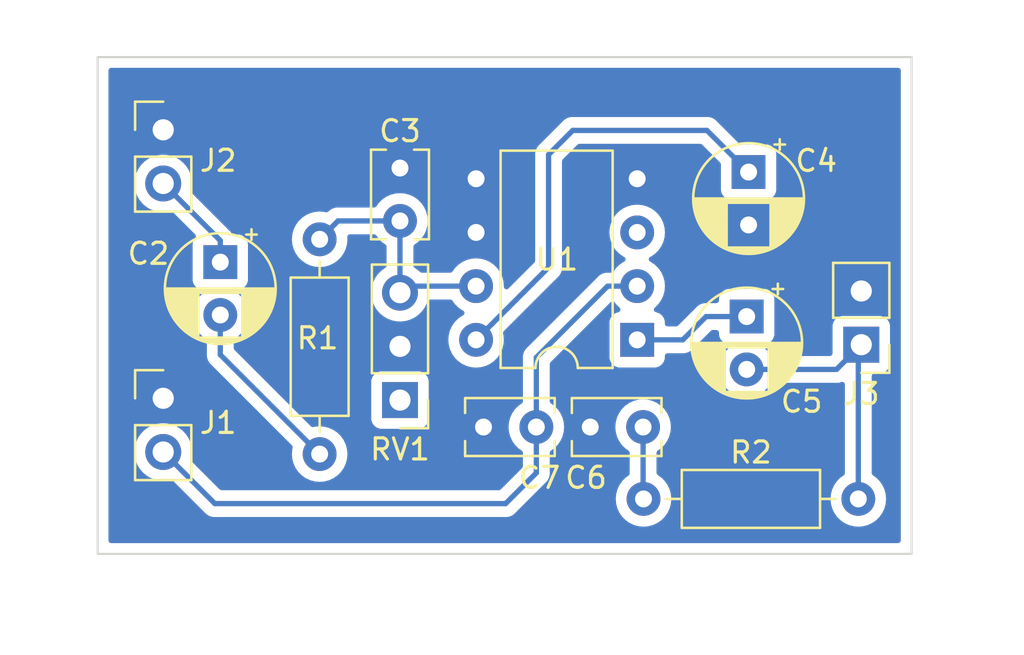
<source format=kicad_pcb>
(kicad_pcb (version 20211014) (generator pcbnew)
  (layers (0 "F.Cu" signal) (31 "B.Cu" signal) (34 "B.Paste" user) (35 "F.Paste" user) (36 "B.SilkS" user "B.Silkscreen") (37 "F.SilkS" user "F.Silkscreen") (38 "B.Mask" user) (39 "F.Mask" user) (44 "Edge.Cuts" user))
  (net 0 "")
  (net 1 "+5V")
  (net 2 "GND")
  (net 3 "Net-(C2-Pad1)")
  (net 4 "Net-(C2-Pad2)")
  (net 5 "Net-(C3-Pad2)")
  (net 6 "Net-(C4-Pad1)")
  (net 7 "Net-(C5-Pad1)")
  (net 8 "Net-(C5-Pad2)")
  (net 9 "Net-(C6-Pad2)")
  (footprint "Capacitor_THT:C_Rect_L4.0mm_W2.5mm_P2.50mm" (layer "F.Cu") (at 183.2 96.2)
    (fp_text reference "C6" (at -0.2 2.4 180) (layer "F.SilkS"))
    (fp_text value ".1u")
    (fp_line (start 3.37 -1.37) (end 3.37 -0.665) (layer "F.SilkS") (width 0.12))
    (fp_line (start -0.87 -1.37) (end 3.37 -1.37) (layer "F.SilkS") (width 0.12))
    (fp_line (start -0.87 0.665) (end -0.87 1.37) (layer "F.SilkS") (width 0.12))
    (fp_line (start -0.87 -1.37) (end -0.87 -0.665) (layer "F.SilkS") (width 0.12))
    (fp_line (start 3.37 0.665) (end 3.37 1.37) (layer "F.SilkS") (width 0.12))
    (fp_line (start -0.87 1.37) (end 3.37 1.37) (layer "F.SilkS") (width 0.12))
    (pad "1" thru_hole circle (at 0 0) (size 1.6 1.6) (drill 0.8) (layers *.Cu *.Mask) (net 2 "GND"))
    (pad "2" thru_hole circle (at 2.5 0) (size 1.6 1.6) (drill 0.8) (layers *.Cu *.Mask) (net 9 "Net-(C6-Pad2)"))
  )
  (footprint "Connector_PinHeader_2.54mm:PinHeader_1x02_P2.54mm_Vertical" (layer "F.Cu") (at 163 82.14)
    (fp_text reference "J2" (at 2.6 1.46) (layer "F.SilkS"))
    (fp_text value "Conn_01x02_Female")
    (fp_line (start -1.33 0) (end -1.33 -1.33) (layer "F.SilkS") (width 0.12))
    (fp_line (start -1.33 1.27) (end 1.33 1.27) (layer "F.SilkS") (width 0.12))
    (fp_line (start -1.33 -1.33) (end 0 -1.33) (layer "F.SilkS") (width 0.12))
    (fp_line (start -1.33 1.27) (end -1.33 3.87) (layer "F.SilkS") (width 0.12))
    (fp_line (start -1.33 3.87) (end 1.33 3.87) (layer "F.SilkS") (width 0.12))
    (fp_line (start 1.33 1.27) (end 1.33 3.87) (layer "F.SilkS") (width 0.12))
    (pad "1" thru_hole rect (at 0 0) (size 1.7 1.7) (drill 1) (layers *.Cu *.Mask) (net 2 "GND"))
    (pad "2" thru_hole oval (at 0 2.54) (size 1.7 1.7) (drill 1) (layers *.Cu *.Mask) (net 3 "Net-(C2-Pad1)"))
  )
  (footprint "Connector_PinHeader_2.54mm:PinHeader_1x03_P2.54mm_Vertical" (layer "F.Cu") (at 174.2 94.925 180)
    (fp_text reference "RV1" (at 0 -2.33) (layer "F.SilkS"))
    (fp_text value "10k")
    (fp_line (start 1.33 1.27) (end 1.33 6.41) (layer "F.SilkS") (width 0.12))
    (fp_line (start -1.33 6.41) (end 1.33 6.41) (layer "F.SilkS") (width 0.12))
    (fp_line (start -1.33 1.27) (end 1.33 1.27) (layer "F.SilkS") (width 0.12))
    (fp_line (start -1.33 0) (end -1.33 -1.33) (layer "F.SilkS") (width 0.12))
    (fp_line (start -1.33 1.27) (end -1.33 6.41) (layer "F.SilkS") (width 0.12))
    (fp_line (start -1.33 -1.33) (end 0 -1.33) (layer "F.SilkS") (width 0.12))
    (pad "1" thru_hole rect (at 0 0 180) (size 1.7 1.7) (drill 1) (layers *.Cu *.Mask))
    (pad "2" thru_hole oval (at 0 2.54 180) (size 1.7 1.7) (drill 1) (layers *.Cu *.Mask) (net 2 "GND"))
    (pad "3" thru_hole oval (at 0 5.08 180) (size 1.7 1.7) (drill 1) (layers *.Cu *.Mask) (net 5 "Net-(C3-Pad2)"))
  )
  (footprint "Connector_PinHeader_2.54mm:PinHeader_1x02_P2.54mm_Vertical" (layer "F.Cu") (at 163 94.84)
    (fp_text reference "J1" (at 2.6 1.16) (layer "F.SilkS"))
    (fp_text value "Conn_01x02_Female")
    (fp_line (start -1.33 1.27) (end -1.33 3.87) (layer "F.SilkS") (width 0.12))
    (fp_line (start 1.33 1.27) (end 1.33 3.87) (layer "F.SilkS") (width 0.12))
    (fp_line (start -1.33 -1.33) (end 0 -1.33) (layer "F.SilkS") (width 0.12))
    (fp_line (start -1.33 1.27) (end 1.33 1.27) (layer "F.SilkS") (width 0.12))
    (fp_line (start -1.33 0) (end -1.33 -1.33) (layer "F.SilkS") (width 0.12))
    (fp_line (start -1.33 3.87) (end 1.33 3.87) (layer "F.SilkS") (width 0.12))
    (pad "1" thru_hole rect (at 0 0) (size 1.7 1.7) (drill 1) (layers *.Cu *.Mask) (net 2 "GND"))
    (pad "2" thru_hole oval (at 0 2.54) (size 1.7 1.7) (drill 1) (layers *.Cu *.Mask) (net 1 "+5V"))
  )
  (footprint "Connector_PinHeader_2.54mm:PinHeader_1x02_P2.54mm_Vertical" (layer "F.Cu") (at 196.02 92.305 180)
    (fp_text reference "J3" (at 0 -2.33) (layer "F.SilkS"))
    (fp_text value "Conn_01x02_Female")
    (fp_line (start -1.33 -1.33) (end 0 -1.33) (layer "F.SilkS") (width 0.12))
    (fp_line (start -1.33 1.27) (end 1.33 1.27) (layer "F.SilkS") (width 0.12))
    (fp_line (start -1.33 1.27) (end -1.33 3.87) (layer "F.SilkS") (width 0.12))
    (fp_line (start -1.33 0) (end -1.33 -1.33) (layer "F.SilkS") (width 0.12))
    (fp_line (start -1.33 3.87) (end 1.33 3.87) (layer "F.SilkS") (width 0.12))
    (fp_line (start 1.33 1.27) (end 1.33 3.87) (layer "F.SilkS") (width 0.12))
    (pad "1" thru_hole rect (at 0 0 180) (size 1.7 1.7) (drill 1) (layers *.Cu *.Mask) (net 8 "Net-(C5-Pad2)"))
    (pad "2" thru_hole oval (at 0 2.54 180) (size 1.7 1.7) (drill 1) (layers *.Cu *.Mask) (net 2 "GND"))
  )
  (footprint "Capacitor_THT:C_Rect_L4.0mm_W2.5mm_P2.50mm" (layer "F.Cu") (at 174.2 83.95 -90)
    (fp_text reference "C3" (at -1.75 0) (layer "F.SilkS"))
    (fp_text value "DNF")
    (fp_line (start -0.87 0.665) (end -0.87 1.37) (layer "F.SilkS") (width 0.12))
    (fp_line (start 3.37 0.665) (end 3.37 1.37) (layer "F.SilkS") (width 0.12))
    (fp_line (start -0.87 1.37) (end 3.37 1.37) (layer "F.SilkS") (width 0.12))
    (fp_line (start -0.87 -1.37) (end 3.37 -1.37) (layer "F.SilkS") (width 0.12))
    (fp_line (start -0.87 -1.37) (end -0.87 -0.665) (layer "F.SilkS") (width 0.12))
    (fp_line (start 3.37 -1.37) (end 3.37 -0.665) (layer "F.SilkS") (width 0.12))
    (pad "1" thru_hole circle (at 0 0 270) (size 1.6 1.6) (drill 0.8) (layers *.Cu *.Mask) (net 2 "GND"))
    (pad "2" thru_hole circle (at 2.5 0 270) (size 1.6 1.6) (drill 0.8) (layers *.Cu *.Mask) (net 5 "Net-(C3-Pad2)"))
  )
  (footprint "Capacitor_THT:CP_Radial_D5.0mm_P2.50mm" (layer "F.Cu") (at 190.689776 84.139776 -90)
    (fp_text reference "C4" (at -0.529552 -3.2) (layer "F.SilkS"))
    (fp_text value "100u")
    (fp_line (start 2.051 -2.455) (end 2.051 -1.04) (layer "F.SilkS") (width 0.12))
    (fp_line (start 3.171 1.04) (end 3.171 1.743) (layer "F.SilkS") (width 0.12))
    (fp_line (start 1.57 1.04) (end 1.57 2.561) (layer "F.SilkS") (width 0.12))
    (fp_line (start 3.211 1.04) (end 3.211 1.699) (layer "F.SilkS") (width 0.12))
    (fp_line (start 2.371 1.04) (end 2.371 2.329) (layer "F.SilkS") (width 0.12))
    (fp_line (start 3.531 1.04) (end 3.531 1.251) (layer "F.SilkS") (width 0.12))
    (fp_line (start 2.011 1.04) (end 2.011 2.468) (layer "F.SilkS") (width 0.12))
    (fp_line (start 1.81 -2.52) (end 1.81 -1.04) (layer "F.SilkS") (width 0.12))
    (fp_line (start 2.771 -2.095) (end 2.771 -1.04) (layer "F.SilkS") (width 0.12))
    (fp_line (start 2.291 1.04) (end 2.291 2.365) (layer "F.SilkS") (width 0.12))
    (fp_line (start 3.131 1.04) (end 3.131 1.785) (layer "F.SilkS") (width 0.12))
    (fp_line (start 3.091 1.04) (end 3.091 1.826) (layer "F.SilkS") (width 0.12))
    (fp_line (start 1.971 1.04) (end 1.971 2.48) (layer "F.SilkS") (width 0.12))
    (fp_line (start 1.65 -2.55) (end 1.65 -1.04) (layer "F.SilkS") (width 0.12))
    (fp_line (start 3.251 -1.653) (end 3.251 -1.04) (layer "F.SilkS") (width 0.12))
    (fp_line (start 3.171 -1.743) (end 3.171 -1.04) (layer "F.SilkS") (width 0.12))
    (fp_line (start 1.53 -2.565) (end 1.53 -1.04) (layer "F.SilkS") (width 0.12))
    (fp_line (start 2.571 1.04) (end 2.571 2.224) (layer "F.SilkS") (width 0.12))
    (fp_line (start 2.611 1.04) (end 2.611 2.2) (layer "F.SilkS") (width 0.12))
    (fp_line (start 2.051 1.04) (end 2.051 2.455) (layer "F.SilkS") (width 0.12))
    (fp_line (start 3.331 -1.554) (end 3.331 -1.04) (layer "F.SilkS") (width 0.12))
    (fp_line (start 2.251 1.04) (end 2.251 2.382) (layer "F.SilkS") (width 0.12))
    (fp_line (start 3.291 1.04) (end 3.291 1.605) (layer "F.SilkS") (width 0.12))
    (fp_line (start 3.851 -0.284) (end 3.851 0.284) (layer "F.SilkS") (width 0.12))
    (fp_line (start 3.411 1.04) (end 3.411 1.443) (layer "F.SilkS") (width 0.12))
    (fp_line (start 2.331 -2.348) (end 2.331 -1.04) (layer "F.SilkS") (width 0.12))
    (fp_line (start 1.25 -2.58) (end 1.25 2.58) (layer "F.SilkS") (width 0.12))
    (fp_line (start 1.85 1.04) (end 1.85 2.511) (layer "F.SilkS") (width 0.12))
    (fp_line (start 2.411 -2.31) (end 2.411 -1.04) (layer "F.SilkS") (width 0.12))
    (fp_line (start 2.851 -2.035) (end 2.851 -1.04) (layer "F.SilkS") (width 0.12))
    (fp_line (start 2.491 1.04) (end 2.491 2.268) (layer "F.SilkS") (width 0.12))
    (fp_line (start 1.57 -2.561) (end 1.57 -1.04) (layer "F.SilkS") (width 0.12))
    (fp_line (start 2.451 -2.29) (end 2.451 -1.04) (layer "F.SilkS") (width 0.12))
    (fp_line (start 2.371 -2.329) (end 2.371 -1.04) (layer "F.SilkS") (width 0.12))
    (fp_line (start 3.011 -1.901) (end 3.011 -1.04) (layer "F.SilkS") (width 0.12))
    (fp_line (start 3.771 -0.677) (end 3.771 0.677) (layer "F.SilkS") (width 0.12))
    (fp_line (start 1.77 -2.528) (end 1.77 -1.04) (layer "F.SilkS") (width 0.12))
    (fp_line (start 3.371 -1.5) (end 3.371 -1.04) (layer "F.SilkS") (width 0.12))
    (fp_line (start 2.891 1.04) (end 2.891 2.004) (layer "F.SilkS") (width 0.12))
    (fp_line (start 1.971 -2.48) (end 1.971 -1.04) (layer "F.SilkS") (width 0.12))
    (fp_line (start 3.531 -1.251) (end 3.531 -1.04) (layer "F.SilkS") (width 0.12))
    (fp_line (start 3.251 1.04) (end 3.251 1.653) (layer "F.SilkS") (width 0.12))
    (fp_line (start 3.451 1.04) (end 3.451 1.383) (layer "F.SilkS") (width 0.12))
    (fp_line (start 2.091 -2.442) (end 2.091 -1.04) (layer "F.SilkS") (width 0.12))
    (fp_line (start 3.491 1.04) (end 3.491 1.319) (layer "F.SilkS") (width 0.12))
    (fp_line (start -1.304775 -1.725) (end -1.304775 -1.225) (layer "F.SilkS") (width 0.12))
    (fp_line (start 1.49 -2.569) (end 1.49 -1.04) (layer "F.SilkS") (width 0.12))
    (fp_line (start 1.89 -2.501) (end 1.89 -1.04) (layer "F.SilkS") (width 0.12))
    (fp_line (start 3.491 -1.319) (end 3.491 -1.04) (layer "F.SilkS") (width 0.12))
    (fp_line (start 1.29 -2.58) (end 1.29 2.58) (layer "F.SilkS") (width 0.12))
    (fp_line (start 2.771 1.04) (end 2.771 2.095) (layer "F.SilkS") (width 0.12))
    (fp_line (start 3.011 1.04) (end 3.011 1.901) (layer "F.SilkS") (width 0.12))
    (fp_line (start 3.211 -1.699) (end 3.211 -1.04) (layer "F.SilkS") (width 0.12))
    (fp_line (start 1.77 1.04) (end 1.77 2.528) (layer "F.SilkS") (width 0.12))
    (fp_line (start 2.651 1.04) (end 2.651 2.175) (layer "F.SilkS") (width 0.12))
    (fp_line (start 2.211 1.04) (end 2.211 2.398) (layer "F.SilkS") (width 0.12))
    (fp_line (start 3.611 -1.098) (end 3.611 1.098) (layer "F.SilkS") (width 0.12))
    (fp_line (start 2.251 -2.382) (end 2.251 -1.04) (layer "F.SilkS") (width 0.12))
    (fp_line (start 1.33 -2.579) (end 1.33 2.579) (layer "F.SilkS") (width 0.12))
    (fp_line (start 2.171 1.04) (end 2.171 2.414) (layer "F.SilkS") (width 0.12))
    (fp_line (start 1.93 -2.491) (end 1.93 -1.04) (layer "F.SilkS") (width 0.12))
    (fp_line (start 2.611 -2.2) (end 2.611 -1.04) (layer "F.SilkS") (width 0.12))
    (fp_line (start 3.691 -0.915) (end 3.691 0.915) (layer "F.SilkS") (width 0.12))
    (fp_line (start 1.69 -2.543) (end 1.69 -1.04) (layer "F.SilkS") (width 0.12))
    (fp_line (start 3.291 -1.605) (end 3.291 -1.04) (layer "F.SilkS") (width 0.12))
    (fp_line (start -1.554775 -1.475) (end -1.054775 -1.475) (layer "F.SilkS") (width 0.12))
    (fp_line (start 1.61 1.04) (end 1.61 2.556) (layer "F.SilkS") (width 0.12))
    (fp_line (start 3.411 -1.443) (end 3.411 -1.04) (layer "F.SilkS") (width 0.12))
    (fp_line (start 2.651 -2.175) (end 2.651 -1.04) (layer "F.SilkS") (width 0.12))
    (fp_line (start 3.371 1.04) (end 3.371 1.5) (layer "F.SilkS") (width 0.12))
    (fp_line (start 2.091 1.04) (end 2.091 2.442) (layer "F.SilkS") (width 0.12))
    (fp_line (start 2.691 -2.149) (end 2.691 -1.04) (layer "F.SilkS") (width 0.12))
    (fp_line (start 1.49 1.04) (end 1.49 2.569) (layer "F.SilkS") (width 0.12))
    (fp_line (start 3.331 1.04) (end 3.331 1.554) (layer "F.SilkS") (width 0.12))
    (fp_line (start 2.291 -2.365) (end 2.291 -1.04) (layer "F.SilkS") (width 0.12))
    (fp_line (start 1.45 -2.573) (end 1.45 2.573) (layer "F.SilkS") (width 0.12))
    (fp_line (start 2.811 1.04) (end 2.811 2.065) (layer "F.SilkS") (width 0.12))
    (fp_line (start 2.931 -1.971) (end 2.931 -1.04) (layer "F.SilkS") (width 0.12))
    (fp_line (start 3.731 -0.805) (end 3.731 0.805) (layer "F.SilkS") (width 0.12))
    (fp_line (start 3.571 -1.178) (end 3.571 1.178) (layer "F.SilkS") (width 0.12))
    (fp_line (start 2.931 1.04) (end 2.931 1.971) (layer "F.SilkS") (width 0.12))
    (fp_line (start 2.171 -2.414) (end 2.171 -1.04) (layer "F.SilkS") (width 0.12))
    (fp_line (start 1.53 1.04) (end 1.53 2.565) (layer "F.SilkS") (width 0.12))
    (fp_line (start 1.89 1.04) (end 1.89 2.501) (layer "F.SilkS") (width 0.12))
    (fp_line (start 2.971 -1.937) (end 2.971 -1.04) (layer "F.SilkS") (width 0.12))
    (fp_line (start 1.93 1.04) (end 1.93 2.491) (layer "F.SilkS") (width 0.12))
    (fp_line (start 1.81 1.04) (end 1.81 2.52) (layer "F.SilkS") (width 0.12))
    (fp_line (start 2.451 1.04) (end 2.451 2.29) (layer "F.SilkS") (width 0.12))
    (fp_line (start 2.131 -2.428) (end 2.131 -1.04) (layer "F.SilkS") (width 0.12))
    (fp_line (start 2.571 -2.224) (end 2.571 -1.04) (layer "F.SilkS") (width 0.12))
    (fp_line (start 2.131 1.04) (end 2.131 2.428) (layer "F.SilkS") (width 0.12))
    (fp_line (start 1.61 -2.556) (end 1.61 -1.04) (layer "F.SilkS") (width 0.12))
    (fp_line (start 2.211 -2.398) (end 2.211 -1.04) (layer "F.SilkS") (width 0.12))
    (fp_line (start 1.41 -2.576) (end 1.41 2.576) (layer "F.SilkS") (width 0.12))
    (fp_line (start 1.85 -2.511) (end 1.85 -1.04) (layer "F.SilkS") (width 0.12))
    (fp_line (start 2.811 -2.065) (end 2.811 -1.04) (layer "F.SilkS") (width 0.12))
    (fp_line (start 1.37 -2.578) (end 1.37 2.578) (layer "F.SilkS") (width 0.12))
    (fp_line (start 3.811 -0.518) (end 3.811 0.518) (layer "F.SilkS") (width 0.12))
    (fp_line (start 2.491 -2.268) (end 2.491 -1.04) (layer "F.SilkS") (width 0.12))
    (fp_line (start 1.69 1.04) (end 1.69 2.543) (layer "F.SilkS") (width 0.12))
    (fp_line (start 2.331 1.04) (end 2.331 2.348) (layer "F.SilkS") (width 0.12))
    (fp_line (start 3.651 -1.011) (end 3.651 1.011) (layer "F.SilkS") (width 0.12))
    (fp_line (start 2.971 1.04) (end 2.971 1.937) (layer "F.SilkS") (width 0.12))
    (fp_line (start 3.451 -1.383) (end 3.451 -1.04) (layer "F.SilkS") (width 0.12))
    (fp_line (start 2.731 -2.122) (end 2.731 -1.04) (layer "F.SilkS") (width 0.12))
    (fp_line (start 2.531 1.04) (end 2.531 2.247) (layer "F.SilkS") (width 0.12))
    (fp_line (start 2.411 1.04) (end 2.411 2.31) (layer "F.SilkS") (width 0.12))
    (fp_line (start 2.851 1.04) (end 2.851 2.035) (layer "F.SilkS") (width 0.12))
    (fp_line (start 2.891 -2.004) (end 2.891 -1.04) (layer "F.SilkS") (width 0.12))
    (fp_line (start 2.691 1.04) (end 2.691 2.149) (layer "F.SilkS") (width 0.12))
    (fp_line (start 1.65 1.04) (end 1.65 2.55) (layer "F.SilkS") (width 0.12))
    (fp_line (start 3.091 -1.826) (end 3.091 -1.04) (layer "F.SilkS") (width 0.12))
    (fp_line (start 3.051 -1.864) (end 3.051 -1.04) (layer "F.SilkS") (width 0.12))
    (fp_line (start 2.731 1.04) (end 2.731 2.122) (layer "F.SilkS") (width 0.12))
    (fp_line (start 3.131 -1.785) (end 3.131 -1.04) (layer "F.SilkS") (width 0.12))
    (fp_line (start 1.73 -2.536) (end 1.73 -1.04) (layer "F.SilkS") (width 0.12))
    (fp_line (start 1.73 1.04) (end 1.73 2.536) (layer "F.SilkS") (width 0.12))
    (fp_line (start 2.011 -2.468) (end 2.011 -1.04) (layer "F.SilkS") (width 0.12))
    (fp_line (start 3.051 1.04) (end 3.051 1.864) (layer "F.SilkS") (width 0.12))
    (fp_line (start 2.531 -2.247) (end 2.531 -1.04) (layer "F.SilkS") (width 0.12))
    (fp_circle (center 1.25 0) (end 3.87 0) (layer "F.SilkS") (width 0.12) (fill none))
    (pad "1" thru_hole rect (at 0 0 270) (size 1.6 1.6) (drill 0.8) (layers *.Cu *.Mask) (net 6 "Net-(C4-Pad1)"))
    (pad "2" thru_hole circle (at 2.5 0 270) (size 1.6 1.6) (drill 0.8) (layers *.Cu *.Mask) (net 2 "GND"))
  )
  (footprint "Resistor_THT:R_Axial_DIN0207_L6.3mm_D2.5mm_P10.16mm_Horizontal" (layer "F.Cu") (at 170.4 87.32 -90)
    (fp_text reference "R1" (at 4.68 0.1) (layer "F.SilkS"))
    (fp_text value "510k")
    (fp_line (start 8.35 1.37) (end 8.35 -1.37) (layer "F.SilkS") (width 0.12))
    (fp_line (start 1.04 0) (end 1.81 0) (layer "F.SilkS") (width 0.12))
    (fp_line (start 8.35 -1.37) (end 1.81 -1.37) (layer "F.SilkS") (width 0.12))
    (fp_line (start 1.81 -1.37) (end 1.81 1.37) (layer "F.SilkS") (width 0.12))
    (fp_line (start 9.12 0) (end 8.35 0) (layer "F.SilkS") (width 0.12))
    (fp_line (start 1.81 1.37) (end 8.35 1.37) (layer "F.SilkS") (width 0.12))
    (pad "1" thru_hole circle (at 0 0 270) (size 1.6 1.6) (drill 0.8) (layers *.Cu *.Mask) (net 5 "Net-(C3-Pad2)"))
    (pad "2" thru_hole oval (at 10.16 0 270) (size 1.6 1.6) (drill 0.8) (layers *.Cu *.Mask) (net 4 "Net-(C2-Pad2)"))
  )
  (footprint "Capacitor_THT:CP_Radial_D5.0mm_P2.50mm" (layer "F.Cu") (at 190.6 90.974435 -90)
    (fp_text reference "C5" (at 4.025565 -2.6 180) (layer "F.SilkS"))
    (fp_text value "470u")
    (fp_line (start 2.851 1.04) (end 2.851 2.035) (layer "F.SilkS") (width 0.12))
    (fp_line (start 1.77 -2.528) (end 1.77 -1.04) (layer "F.SilkS") (width 0.12))
    (fp_line (start 3.771 -0.677) (end 3.771 0.677) (layer "F.SilkS") (width 0.12))
    (fp_line (start 2.091 1.04) (end 2.091 2.442) (layer "F.SilkS") (width 0.12))
    (fp_line (start 1.45 -2.573) (end 1.45 2.573) (layer "F.SilkS") (width 0.12))
    (fp_line (start 2.411 -2.31) (end 2.411 -1.04) (layer "F.SilkS") (width 0.12))
    (fp_line (start 2.571 1.04) (end 2.571 2.224) (layer "F.SilkS") (width 0.12))
    (fp_line (start 3.331 1.04) (end 3.331 1.554) (layer "F.SilkS") (width 0.12))
    (fp_line (start 1.89 -2.501) (end 1.89 -1.04) (layer "F.SilkS") (width 0.12))
    (fp_line (start 1.41 -2.576) (end 1.41 2.576) (layer "F.SilkS") (width 0.12))
    (fp_line (start 2.611 1.04) (end 2.611 2.2) (layer "F.SilkS") (width 0.12))
    (fp_line (start 2.451 -2.29) (end 2.451 -1.04) (layer "F.SilkS") (width 0.12))
    (fp_line (start 2.011 1.04) (end 2.011 2.468) (layer "F.SilkS") (width 0.12))
    (fp_line (start 2.371 -2.329) (end 2.371 -1.04) (layer "F.SilkS") (width 0.12))
    (fp_line (start 1.85 -2.511) (end 1.85 -1.04) (layer "F.SilkS") (width 0.12))
    (fp_line (start 1.81 -2.52) (end 1.81 -1.04) (layer "F.SilkS") (width 0.12))
    (fp_line (start 3.291 -1.605) (end 3.291 -1.04) (layer "F.SilkS") (width 0.12))
    (fp_line (start 3.131 -1.785) (end 3.131 -1.04) (layer "F.SilkS") (width 0.12))
    (fp_line (start 2.491 1.04) (end 2.491 2.268) (layer "F.SilkS") (width 0.12))
    (fp_line (start 3.371 1.04) (end 3.371 1.5) (layer "F.SilkS") (width 0.12))
    (fp_line (start 2.451 1.04) (end 2.451 2.29) (layer "F.SilkS") (width 0.12))
    (fp_line (start 3.851 -0.284) (end 3.851 0.284) (layer "F.SilkS") (width 0.12))
    (fp_line (start 2.051 1.04) (end 2.051 2.455) (layer "F.SilkS") (width 0.12))
    (fp_line (start 2.531 1.04) (end 2.531 2.247) (layer "F.SilkS") (width 0.12))
    (fp_line (start 3.731 -0.805) (end 3.731 0.805) (layer "F.SilkS") (width 0.12))
    (fp_line (start 2.331 1.04) (end 2.331 2.348) (layer "F.SilkS") (width 0.12))
    (fp_line (start 2.011 -2.468) (end 2.011 -1.04) (layer "F.SilkS") (width 0.12))
    (fp_line (start 2.291 1.04) (end 2.291 2.365) (layer "F.SilkS") (width 0.12))
    (fp_line (start 1.53 -2.565) (end 1.53 -1.04) (layer "F.SilkS") (width 0.12))
    (fp_line (start 3.091 -1.826) (end 3.091 -1.04) (layer "F.SilkS") (width 0.12))
    (fp_line (start 2.491 -2.268) (end 2.491 -1.04) (layer "F.SilkS") (width 0.12))
    (fp_line (start 2.651 -2.175) (end 2.651 -1.04) (layer "F.SilkS") (width 0.12))
    (fp_line (start 2.331 -2.348) (end 2.331 -1.04) (layer "F.SilkS") (width 0.12))
    (fp_line (start 1.77 1.04) (end 1.77 2.528) (layer "F.SilkS") (width 0.12))
    (fp_line (start 2.251 -2.382) (end 2.251 -1.04) (layer "F.SilkS") (width 0.12))
    (fp_line (start 2.891 1.04) (end 2.891 2.004) (layer "F.SilkS") (width 0.12))
    (fp_line (start 1.49 1.04) (end 1.49 2.569) (layer "F.SilkS") (width 0.12))
    (fp_line (start 2.531 -2.247) (end 2.531 -1.04) (layer "F.SilkS") (width 0.12))
    (fp_line (start 2.971 -1.937) (end 2.971 -1.04) (layer "F.SilkS") (width 0.12))
    (fp_line (start 3.331 -1.554) (end 3.331 -1.04) (layer "F.SilkS") (width 0.12))
    (fp_line (start 2.971 1.04) (end 2.971 1.937) (layer "F.SilkS") (width 0.12))
    (fp_line (start 1.37 -2.578) (end 1.37 2.578) (layer "F.SilkS") (width 0.12))
    (fp_line (start 2.651 1.04) (end 2.651 2.175) (layer "F.SilkS") (width 0.12))
    (fp_line (start 1.61 1.04) (end 1.61 2.556) (layer "F.SilkS") (width 0.12))
    (fp_line (start 3.451 -1.383) (end 3.451 -1.04) (layer "F.SilkS") (width 0.12))
    (fp_line (start 3.451 1.04) (end 3.451 1.383) (layer "F.SilkS") (width 0.12))
    (fp_line (start 2.771 1.04) (end 2.771 2.095) (layer "F.SilkS") (width 0.12))
    (fp_line (start 1.25 -2.58) (end 1.25 2.58) (layer "F.SilkS") (width 0.12))
    (fp_line (start 2.811 -2.065) (end 2.811 -1.04) (layer "F.SilkS") (width 0.12))
    (fp_line (start 3.211 -1.699) (end 3.211 -1.04) (layer "F.SilkS") (width 0.12))
    (fp_line (start 2.251 1.04) (end 2.251 2.382) (layer "F.SilkS") (width 0.12))
    (fp_line (start -1.554775 -1.475) (end -1.054775 -1.475) (layer "F.SilkS") (width 0.12))
    (fp_line (start 3.611 -1.098) (end 3.611 1.098) (layer "F.SilkS") (width 0.12))
    (fp_line (start 3.651 -1.011) (end 3.651 1.011) (layer "F.SilkS") (width 0.12))
    (fp_line (start 3.011 1.04) (end 3.011 1.901) (layer "F.SilkS") (width 0.12))
    (fp_line (start 2.371 1.04) (end 2.371 2.329) (layer "F.SilkS") (width 0.12))
    (fp_line (start 1.69 -2.543) (end 1.69 -1.04) (layer "F.SilkS") (width 0.12))
    (fp_line (start 2.171 1.04) (end 2.171 2.414) (layer "F.SilkS") (width 0.12))
    (fp_line (start 3.571 -1.178) (end 3.571 1.178) (layer "F.SilkS") (width 0.12))
    (fp_line (start 2.691 1.04) (end 2.691 2.149) (layer "F.SilkS") (width 0.12))
    (fp_line (start 3.171 -1.743) (end 3.171 -1.04) (layer "F.SilkS") (width 0.12))
    (fp_line (start 3.411 1.04) (end 3.411 1.443) (layer "F.SilkS") (width 0.12))
    (fp_line (start 1.65 -2.55) (end 1.65 -1.04) (layer "F.SilkS") (width 0.12))
    (fp_line (start 3.011 -1.901) (end 3.011 -1.04) (layer "F.SilkS") (width 0.12))
    (fp_line (start 2.931 1.04) (end 2.931 1.971) (layer "F.SilkS") (width 0.12))
    (fp_line (start 3.131 1.04) (end 3.131 1.785) (layer "F.SilkS") (width 0.12))
    (fp_line (start 1.73 1.04) (end 1.73 2.536) (layer "F.SilkS") (width 0.12))
    (fp_line (start 1.29 -2.58) (end 1.29 2.58) (layer "F.SilkS") (width 0.12))
    (fp_line (start 2.171 -2.414) (end 2.171 -1.04) (layer "F.SilkS") (width 0.12))
    (fp_line (start 3.491 1.04) (end 3.491 1.319) (layer "F.SilkS") (width 0.12))
    (fp_line (start 3.091 1.04) (end 3.091 1.826) (layer "F.SilkS") (width 0.12))
    (fp_line (start 2.131 -2.428) (end 2.131 -1.04) (layer "F.SilkS") (width 0.12))
    (fp_line (start 3.811 -0.518) (end 3.811 0.518) (layer "F.SilkS") (width 0.12))
    (fp_line (start 1.53 1.04) (end 1.53 2.565) (layer "F.SilkS") (width 0.12))
    (fp_line (start 2.051 -2.455) (end 2.051 -1.04) (layer "F.SilkS") (width 0.12))
    (fp_line (start 1.61 -2.556) (end 1.61 -1.04) (layer "F.SilkS") (width 0.12))
    (fp_line (start 2.571 -2.224) (end 2.571 -1.04) (layer "F.SilkS") (width 0.12))
    (fp_line (start 2.211 -2.398) (end 2.211 -1.04) (layer "F.SilkS") (width 0.12))
    (fp_line (start 1.85 1.04) (end 1.85 2.511) (layer "F.SilkS") (width 0.12))
    (fp_line (start 2.731 1.04) (end 2.731 2.122) (layer "F.SilkS") (width 0.12))
    (fp_line (start 1.33 -2.579) (end 1.33 2.579) (layer "F.SilkS") (width 0.12))
    (fp_line (start 3.291 1.04) (end 3.291 1.605) (layer "F.SilkS") (width 0.12))
    (fp_line (start 1.81 1.04) (end 1.81 2.52) (layer "F.SilkS") (width 0.12))
    (fp_line (start -1.304775 -1.725) (end -1.304775 -1.225) (layer "F.SilkS") (width 0.12))
    (fp_line (start 2.691 -2.149) (end 2.691 -1.04) (layer "F.SilkS") (width 0.12))
    (fp_line (start 3.411 -1.443) (end 3.411 -1.04) (layer "F.SilkS") (width 0.12))
    (fp_line (start 1.971 1.04) (end 1.971 2.48) (layer "F.SilkS") (width 0.12))
    (fp_line (start 3.211 1.04) (end 3.211 1.699) (layer "F.SilkS") (width 0.12))
    (fp_line (start 1.65 1.04) (end 1.65 2.55) (layer "F.SilkS") (width 0.12))
    (fp_line (start 2.291 -2.365) (end 2.291 -1.04) (layer "F.SilkS") (width 0.12))
    (fp_line (start 2.091 -2.442) (end 2.091 -1.04) (layer "F.SilkS") (width 0.12))
    (fp_line (start 3.531 1.04) (end 3.531 1.251) (layer "F.SilkS") (width 0.12))
    (fp_line (start 2.611 -2.2) (end 2.611 -1.04) (layer "F.SilkS") (width 0.12))
    (fp_line (start 1.73 -2.536) (end 1.73 -1.04) (layer "F.SilkS") (width 0.12))
    (fp_line (start 3.051 1.04) (end 3.051 1.864) (layer "F.SilkS") (width 0.12))
    (fp_line (start 1.69 1.04) (end 1.69 2.543) (layer "F.SilkS") (width 0.12))
    (fp_line (start 3.491 -1.319) (end 3.491 -1.04) (layer "F.SilkS") (width 0.12))
    (fp_line (start 1.89 1.04) (end 1.89 2.501) (layer "F.SilkS") (width 0.12))
    (fp_line (start 2.931 -1.971) (end 2.931 -1.04) (layer "F.SilkS") (width 0.12))
    (fp_line (start 2.891 -2.004) (end 2.891 -1.04) (layer "F.SilkS") (width 0.12))
    (fp_line (start 1.57 -2.561) (end 1.57 -1.04) (layer "F.SilkS") (width 0.12))
    (fp_line (start 2.411 1.04) (end 2.411 2.31) (layer "F.SilkS") (width 0.12))
    (fp_line (start 1.49 -2.569) (end 1.49 -1.04) (layer "F.SilkS") (width 0.12))
    (fp_line (start 1.971 -2.48) (end 1.971 -1.04) (layer "F.SilkS") (width 0.12))
    (fp_line (start 2.211 1.04) (end 2.211 2.398) (layer "F.SilkS") (width 0.12))
    (fp_line (start 3.691 -0.915) (end 3.691 0.915) (layer "F.SilkS") (width 0.12))
    (fp_line (start 3.371 -1.5) (end 3.371 -1.04) (layer "F.SilkS") (width 0.12))
    (fp_line (start 3.051 -1.864) (end 3.051 -1.04) (layer "F.SilkS") (width 0.12))
    (fp_line (start 2.851 -2.035) (end 2.851 -1.04) (layer "F.SilkS") (width 0.12))
    (fp_line (start 2.811 1.04) (end 2.811 2.065) (layer "F.SilkS") (width 0.12))
    (fp_line (start 1.93 1.04) (end 1.93 2.491) (layer "F.SilkS") (width 0.12))
    (fp_line (start 3.531 -1.251) (end 3.531 -1.04) (layer "F.SilkS") (width 0.12))
    (fp_line (start 3.251 1.04) (end 3.251 1.653) (layer "F.SilkS") (width 0.12))
    (fp_line (start 1.57 1.04) (end 1.57 2.561) (layer "F.SilkS") (width 0.12))
    (fp_line (start 2.731 -2.122) (end 2.731 -1.04) (layer "F.SilkS") (width 0.12))
    (fp_line (start 2.131 1.04) (end 2.131 2.428) (layer "F.SilkS") (width 0.12))
    (fp_line (start 2.771 -2.095) (end 2.771 -1.04) (layer "F.SilkS") (width 0.12))
    (fp_line (start 3.251 -1.653) (end 3.251 -1.04) (layer "F.SilkS") (width 0.12))
    (fp_line (start 1.93 -2.491) (end 1.93 -1.04) (layer "F.SilkS") (width 0.12))
    (fp_line (start 3.171 1.04) (end 3.171 1.743) (layer "F.SilkS") (width 0.12))
    (fp_circle (center 1.25 0) (end 3.87 0) (layer "F.SilkS") (width 0.12) (fill none))
    (pad "1" thru_hole rect (at 0 0 270) (size 1.6 1.6) (drill 0.8) (layers *.Cu *.Mask) (net 7 "Net-(C5-Pad1)"))
    (pad "2" thru_hole circle (at 2.5 0 270) (size 1.6 1.6) (drill 0.8) (layers *.Cu *.Mask) (net 8 "Net-(C5-Pad2)"))
  )
  (footprint "Resistor_THT:R_Axial_DIN0207_L6.3mm_D2.5mm_P10.16mm_Horizontal" (layer "F.Cu") (at 185.72 99.6)
    (fp_text reference "R2" (at 5.08 -2.2 180) (layer "F.SilkS"))
    (fp_text value "4.7")
    (fp_line (start 1.04 0) (end 1.81 0) (layer "F.SilkS") (width 0.12))
    (fp_line (start 8.35 1.37) (end 8.35 -1.37) (layer "F.SilkS") (width 0.12))
    (fp_line (start 9.12 0) (end 8.35 0) (layer "F.SilkS") (width 0.12))
    (fp_line (start 8.35 -1.37) (end 1.81 -1.37) (layer "F.SilkS") (width 0.12))
    (fp_line (start 1.81 -1.37) (end 1.81 1.37) (layer "F.SilkS") (width 0.12))
    (fp_line (start 1.81 1.37) (end 8.35 1.37) (layer "F.SilkS") (width 0.12))
    (pad "1" thru_hole circle (at 0 0) (size 1.6 1.6) (drill 0.8) (layers *.Cu *.Mask) (net 9 "Net-(C6-Pad2)"))
    (pad "2" thru_hole oval (at 10.16 0) (size 1.6 1.6) (drill 0.8) (layers *.Cu *.Mask) (net 8 "Net-(C5-Pad2)"))
  )
  (footprint "Capacitor_THT:CP_Radial_D5.0mm_P2.50mm" (layer "F.Cu") (at 165.7 88.4 -90)
    (fp_text reference "C2" (at -0.4 3.4 180) (layer "F.SilkS"))
    (fp_text value "100u")
    (fp_line (start 2.411 1.04) (end 2.411 2.31) (layer "F.SilkS") (width 0.12))
    (fp_line (start 3.491 -1.319) (end 3.491 -1.04) (layer "F.SilkS") (width 0.12))
    (fp_line (start 3.691 -0.915) (end 3.691 0.915) (layer "F.SilkS") (width 0.12))
    (fp_line (start 1.89 -2.501) (end 1.89 -1.04) (layer "F.SilkS") (width 0.12))
    (fp_line (start 2.011 1.04) (end 2.011 2.468) (layer "F.SilkS") (width 0.12))
    (fp_line (start 2.491 1.04) (end 2.491 2.268) (layer "F.SilkS") (width 0.12))
    (fp_line (start 1.37 -2.578) (end 1.37 2.578) (layer "F.SilkS") (width 0.12))
    (fp_line (start 3.571 -1.178) (end 3.571 1.178) (layer "F.SilkS") (width 0.12))
    (fp_line (start 2.691 -2.149) (end 2.691 -1.04) (layer "F.SilkS") (width 0.12))
    (fp_line (start 1.73 1.04) (end 1.73 2.536) (layer "F.SilkS") (width 0.12))
    (fp_line (start 3.411 1.04) (end 3.411 1.443) (layer "F.SilkS") (width 0.12))
    (fp_line (start 2.291 -2.365) (end 2.291 -1.04) (layer "F.SilkS") (width 0.12))
    (fp_line (start 2.131 1.04) (end 2.131 2.428) (layer "F.SilkS") (width 0.12))
    (fp_line (start 2.651 1.04) (end 2.651 2.175) (layer "F.SilkS") (width 0.12))
    (fp_line (start 3.531 -1.251) (end 3.531 -1.04) (layer "F.SilkS") (width 0.12))
    (fp_line (start 1.61 -2.556) (end 1.61 -1.04) (layer "F.SilkS") (width 0.12))
    (fp_line (start 2.091 -2.442) (end 2.091 -1.04) (layer "F.SilkS") (width 0.12))
    (fp_line (start 3.291 -1.605) (end 3.291 -1.04) (layer "F.SilkS") (width 0.12))
    (fp_line (start 3.211 1.04) (end 3.211 1.699) (layer "F.SilkS") (width 0.12))
    (fp_line (start 2.531 -2.247) (end 2.531 -1.04) (layer "F.SilkS") (width 0.12))
    (fp_line (start 1.49 -2.569) (end 1.49 -1.04) (layer "F.SilkS") (width 0.12))
    (fp_line (start 2.531 1.04) (end 2.531 2.247) (layer "F.SilkS") (width 0.12))
    (fp_line (start 2.931 1.04) (end 2.931 1.971) (layer "F.SilkS") (width 0.12))
    (fp_line (start 1.85 -2.511) (end 1.85 -1.04) (layer "F.SilkS") (width 0.12))
    (fp_line (start 2.211 1.04) (end 2.211 2.398) (layer "F.SilkS") (width 0.12))
    (fp_line (start 2.011 -2.468) (end 2.011 -1.04) (layer "F.SilkS") (width 0.12))
    (fp_line (start 2.771 -2.095) (end 2.771 -1.04) (layer "F.SilkS") (width 0.12))
    (fp_line (start 1.53 1.04) (end 1.53 2.565) (layer "F.SilkS") (width 0.12))
    (fp_line (start 2.851 1.04) (end 2.851 2.035) (layer "F.SilkS") (width 0.12))
    (fp_line (start 1.33 -2.579) (end 1.33 2.579) (layer "F.SilkS") (width 0.12))
    (fp_line (start 3.171 -1.743) (end 3.171 -1.04) (layer "F.SilkS") (width 0.12))
    (fp_line (start 1.971 1.04) (end 1.971 2.48) (layer "F.SilkS") (width 0.12))
    (fp_line (start 3.811 -0.518) (end 3.811 0.518) (layer "F.SilkS") (width 0.12))
    (fp_line (start 1.25 -2.58) (end 1.25 2.58) (layer "F.SilkS") (width 0.12))
    (fp_line (start 2.811 -2.065) (end 2.811 -1.04) (layer "F.SilkS") (width 0.12))
    (fp_line (start 2.491 -2.268) (end 2.491 -1.04) (layer "F.SilkS") (width 0.12))
    (fp_line (start 2.931 -1.971) (end 2.931 -1.04) (layer "F.SilkS") (width 0.12))
    (fp_line (start 3.491 1.04) (end 3.491 1.319) (layer "F.SilkS") (width 0.12))
    (fp_line (start 3.051 1.04) (end 3.051 1.864) (layer "F.SilkS") (width 0.12))
    (fp_line (start 3.011 1.04) (end 3.011 1.901) (layer "F.SilkS") (width 0.12))
    (fp_line (start 3.251 1.04) (end 3.251 1.653) (layer "F.SilkS") (width 0.12))
    (fp_line (start 1.69 -2.543) (end 1.69 -1.04) (layer "F.SilkS") (width 0.12))
    (fp_line (start 1.81 -2.52) (end 1.81 -1.04) (layer "F.SilkS") (width 0.12))
    (fp_line (start 3.371 1.04) (end 3.371 1.5) (layer "F.SilkS") (width 0.12))
    (fp_line (start 2.211 -2.398) (end 2.211 -1.04) (layer "F.SilkS") (width 0.12))
    (fp_line (start 3.331 -1.554) (end 3.331 -1.04) (layer "F.SilkS") (width 0.12))
    (fp_line (start 3.731 -0.805) (end 3.731 0.805) (layer "F.SilkS") (width 0.12))
    (fp_line (start 2.731 1.04) (end 2.731 2.122) (layer "F.SilkS") (width 0.12))
    (fp_line (start 2.651 -2.175) (end 2.651 -1.04) (layer "F.SilkS") (width 0.12))
    (fp_line (start 1.29 -2.58) (end 1.29 2.58) (layer "F.SilkS") (width 0.12))
    (fp_line (start 2.331 1.04) (end 2.331 2.348) (layer "F.SilkS") (width 0.12))
    (fp_line (start 2.051 1.04) (end 2.051 2.455) (layer "F.SilkS") (width 0.12))
    (fp_line (start 3.651 -1.011) (end 3.651 1.011) (layer "F.SilkS") (width 0.12))
    (fp_line (start 3.531 1.04) (end 3.531 1.251) (layer "F.SilkS") (width 0.12))
    (fp_line (start 2.371 -2.329) (end 2.371 -1.04) (layer "F.SilkS") (width 0.12))
    (fp_line (start 2.171 -2.414) (end 2.171 -1.04) (layer "F.SilkS") (width 0.12))
    (fp_line (start 1.77 1.04) (end 1.77 2.528) (layer "F.SilkS") (width 0.12))
    (fp_line (start 3.011 -1.901) (end 3.011 -1.04) (layer "F.SilkS") (width 0.12))
    (fp_line (start 1.77 -2.528) (end 1.77 -1.04) (layer "F.SilkS") (width 0.12))
    (fp_line (start 1.57 -2.561) (end 1.57 -1.04) (layer "F.SilkS") (width 0.12))
    (fp_line (start 2.371 1.04) (end 2.371 2.329) (layer "F.SilkS") (width 0.12))
    (fp_line (start 3.091 1.04) (end 3.091 1.826) (layer "F.SilkS") (width 0.12))
    (fp_line (start 2.251 -2.382) (end 2.251 -1.04) (layer "F.SilkS") (width 0.12))
    (fp_line (start 2.331 -2.348) (end 2.331 -1.04) (layer "F.SilkS") (width 0.12))
    (fp_line (start 1.57 1.04) (end 1.57 2.561) (layer "F.SilkS") (width 0.12))
    (fp_line (start 2.571 -2.224) (end 2.571 -1.04) (layer "F.SilkS") (width 0.12))
    (fp_line (start 3.131 1.04) (end 3.131 1.785) (layer "F.SilkS") (width 0.12))
    (fp_line (start 3.251 -1.653) (end 3.251 -1.04) (layer "F.SilkS") (width 0.12))
    (fp_line (start 3.131 -1.785) (end 3.131 -1.04) (layer "F.SilkS") (width 0.12))
    (fp_line (start 2.891 1.04) (end 2.891 2.004) (layer "F.SilkS") (width 0.12))
    (fp_line (start 2.411 -2.31) (end 2.411 -1.04) (layer "F.SilkS") (width 0.12))
    (fp_line (start 3.091 -1.826) (end 3.091 -1.04) (layer "F.SilkS") (width 0.12))
    (fp_line (start 3.451 1.04) (end 3.451 1.383) (layer "F.SilkS") (width 0.12))
    (fp_line (start 3.451 -1.383) (end 3.451 -1.04) (layer "F.SilkS") (width 0.12))
    (fp_line (start 2.291 1.04) (end 2.291 2.365) (layer "F.SilkS") (width 0.12))
    (fp_line (start 3.411 -1.443) (end 3.411 -1.04) (layer "F.SilkS") (width 0.12))
    (fp_line (start 2.851 -2.035) (end 2.851 -1.04) (layer "F.SilkS") (width 0.12))
    (fp_line (start 2.971 1.04) (end 2.971 1.937) (layer "F.SilkS") (width 0.12))
    (fp_line (start 1.69 1.04) (end 1.69 2.543) (layer "F.SilkS") (width 0.12))
    (fp_line (start 2.611 1.04) (end 2.611 2.2) (layer "F.SilkS") (width 0.12))
    (fp_line (start 1.73 -2.536) (end 1.73 -1.04) (layer "F.SilkS") (width 0.12))
    (fp_line (start 2.051 -2.455) (end 2.051 -1.04) (layer "F.SilkS") (width 0.12))
    (fp_line (start 1.971 -2.48) (end 1.971 -1.04) (layer "F.SilkS") (width 0.12))
    (fp_line (start 2.891 -2.004) (end 2.891 -1.04) (layer "F.SilkS") (width 0.12))
    (fp_line (start 1.65 -2.55) (end 1.65 -1.04) (layer "F.SilkS") (width 0.12))
    (fp_line (start 3.771 -0.677) (end 3.771 0.677) (layer "F.SilkS") (width 0.12))
    (fp_line (start 2.251 1.04) (end 2.251 2.382) (layer "F.SilkS") (width 0.12))
    (fp_line (start 2.131 -2.428) (end 2.131 -1.04) (layer "F.SilkS") (width 0.12))
    (fp_line (start 2.731 -2.122) (end 2.731 -1.04) (layer "F.SilkS") (width 0.12))
    (fp_line (start 2.811 1.04) (end 2.811 2.065) (layer "F.SilkS") (width 0.12))
    (fp_line (start 2.571 1.04) (end 2.571 2.224) (layer "F.SilkS") (width 0.12))
    (fp_line (start 1.41 -2.576) (end 1.41 2.576) (layer "F.SilkS") (width 0.12))
    (fp_line (start 2.451 -2.29) (end 2.451 -1.04) (layer "F.SilkS") (width 0.12))
    (fp_line (start 3.291 1.04) (end 3.291 1.605) (layer "F.SilkS") (width 0.12))
    (fp_line (start -1.304775 -1.725) (end -1.304775 -1.225) (layer "F.SilkS") (width 0.12))
    (fp_line (start -1.554775 -1.475) (end -1.054775 -1.475) (layer "F.SilkS") (width 0.12))
    (fp_line (start 1.81 1.04) (end 1.81 2.52) (layer "F.SilkS") (width 0.12))
    (fp_line (start 3.611 -1.098) (end 3.611 1.098) (layer "F.SilkS") (width 0.12))
    (fp_line (start 1.61 1.04) (end 1.61 2.556) (layer "F.SilkS") (width 0.12))
    (fp_line (start 1.53 -2.565) (end 1.53 -1.04) (layer "F.SilkS") (width 0.12))
    (fp_line (start 3.051 -1.864) (end 3.051 -1.04) (layer "F.SilkS") (width 0.12))
    (fp_line (start 1.85 1.04) (end 1.85 2.511) (layer "F.SilkS") (width 0.12))
    (fp_line (start 1.49 1.04) (end 1.49 2.569) (layer "F.SilkS") (width 0.12))
    (fp_line (start 3.171 1.04) (end 3.171 1.743) (layer "F.SilkS") (width 0.12))
    (fp_line (start 3.371 -1.5) (end 3.371 -1.04) (layer "F.SilkS") (width 0.12))
    (fp_line (start 2.771 1.04) (end 2.771 2.095) (layer "F.SilkS") (width 0.12))
    (fp_line (start 3.211 -1.699) (end 3.211 -1.04) (layer "F.SilkS") (width 0.12))
    (fp_line (start 2.091 1.04) (end 2.091 2.442) (layer "F.SilkS") (width 0.12))
    (fp_line (start 2.971 -1.937) (end 2.971 -1.04) (layer "F.SilkS") (width 0.12))
    (fp_line (start 3.331 1.04) (end 3.331 1.554) (layer "F.SilkS") (width 0.12))
    (fp_line (start 3.851 -0.284) (end 3.851 0.284) (layer "F.SilkS") (width 0.12))
    (fp_line (start 1.93 1.04) (end 1.93 2.491) (layer "F.SilkS") (width 0.12))
    (fp_line (start 1.93 -2.491) (end 1.93 -1.04) (layer "F.SilkS") (width 0.12))
    (fp_line (start 2.691 1.04) (end 2.691 2.149) (layer "F.SilkS") (width 0.12))
    (fp_line (start 2.611 -2.2) (end 2.611 -1.04) (layer "F.SilkS") (width 0.12))
    (fp_line (start 1.65 1.04) (end 1.65 2.55) (layer "F.SilkS") (width 0.12))
    (fp_line (start 1.45 -2.573) (end 1.45 2.573) (layer "F.SilkS") (width 0.12))
    (fp_line (start 1.89 1.04) (end 1.89 2.501) (layer "F.SilkS") (width 0.12))
    (fp_line (start 2.451 1.04) (end 2.451 2.29) (layer "F.SilkS") (width 0.12))
    (fp_line (start 2.171 1.04) (end 2.171 2.414) (layer "F.SilkS") (width 0.12))
    (fp_circle (center 1.25 0) (end 3.87 0) (layer "F.SilkS") (width 0.12) (fill none))
    (pad "1" thru_hole rect (at 0 0 270) (size 1.6 1.6) (drill 0.8) (layers *.Cu *.Mask) (net 3 "Net-(C2-Pad1)"))
    (pad "2" thru_hole circle (at 2.5 0 270) (size 1.6 1.6) (drill 0.8) (layers *.Cu *.Mask) (net 4 "Net-(C2-Pad2)"))
  )
  (footprint "Package_DIP:DIP-8_W7.62mm" (layer "F.Cu") (at 185.42 92.075 180)
    (fp_text reference "U1" (at 3.8 3.8) (layer "F.SilkS"))
    (fp_text value "TDA2822")
    (fp_line (start 6.46 8.95) (end 6.46 -1.33) (layer "F.SilkS") (width 0.12))
    (fp_line (start 6.46 -1.33) (end 4.81 -1.33) (layer "F.SilkS") (width 0.12))
    (fp_line (start 2.81 -1.33) (end 1.16 -1.33) (layer "F.SilkS") (width 0.12))
    (fp_line (start 1.16 -1.33) (end 1.16 8.95) (layer "F.SilkS") (width 0.12))
    (fp_line (start 1.16 8.95) (end 6.46 8.95) (layer "F.SilkS") (width 0.12))
    (fp_arc (start 4.81 -1.33) (mid 3.81 -0.33) (end 2.81 -1.33) (layer "F.SilkS") (width 0.12))
    (pad "1" thru_hole rect (at 0 0 180) (size 1.6 1.6) (drill 0.8) (layers *.Cu *.Mask) (net 7 "Net-(C5-Pad1)"))
    (pad "2" thru_hole oval (at 0 2.54 180) (size 1.6 1.6) (drill 0.8) (layers *.Cu *.Mask) (net 1 "+5V"))
    (pad "3" thru_hole oval (at 0 5.08 180) (size 1.6 1.6) (drill 0.8) (layers *.Cu *.Mask))
    (pad "4" thru_hole oval (at 0 7.62 180) (size 1.6 1.6) (drill 0.8) (layers *.Cu *.Mask) (net 2 "GND"))
    (pad "5" thru_hole oval (at 7.62 7.62 180) (size 1.6 1.6) (drill 0.8) (layers *.Cu *.Mask) (net 2 "GND"))
    (pad "6" thru_hole oval (at 7.62 5.08 180) (size 1.6 1.6) (drill 0.8) (layers *.Cu *.Mask) (net 2 "GND"))
    (pad "7" thru_hole oval (at 7.62 2.54 180) (size 1.6 1.6) (drill 0.8) (layers *.Cu *.Mask) (net 5 "Net-(C3-Pad2)"))
    (pad "8" thru_hole oval (at 7.62 0 180) (size 1.6 1.6) (drill 0.8) (layers *.Cu *.Mask) (net 6 "Net-(C4-Pad1)"))
  )
  (footprint "Capacitor_THT:C_Rect_L4.0mm_W2.5mm_P2.50mm" (layer "F.Cu") (at 180.65 96.2 180)
    (fp_text reference "C7" (at -0.15 -2.4) (layer "F.SilkS"))
    (fp_text value ".1u")
    (fp_line (start -0.87 0.665) (end -0.87 1.37) (layer "F.SilkS") (width 0.12))
    (fp_line (start -0.87 1.37) (end 3.37 1.37) (layer "F.SilkS") (width 0.12))
    (fp_line (start 3.37 -1.37) (end 3.37 -0.665) (layer "F.SilkS") (width 0.12))
    (fp_line (start -0.87 -1.37) (end 3.37 -1.37) (layer "F.SilkS") (width 0.12))
    (fp_line (start -0.87 -1.37) (end -0.87 -0.665) (layer "F.SilkS") (width 0.12))
    (fp_line (start 3.37 0.665) (end 3.37 1.37) (layer "F.SilkS") (width 0.12))
    (pad "1" thru_hole circle (at 0 0 180) (size 1.6 1.6) (drill 0.8) (layers *.Cu *.Mask) (net 1 "+5V"))
    (pad "2" thru_hole circle (at 2.5 0 180) (size 1.6 1.6) (drill 0.8) (layers *.Cu *.Mask) (net 2 "GND"))
  )
  (gr_rect (start 159.9 78.7) (end 198.4 102.2) (layer "Edge.Cuts") (width 0.1) (fill none))
  (segment (start 180.65 92.908) (end 180.65 96.2) (width 0.25) (layer "B.Cu") (net 1))
  (segment (start 184.023 89.535) (end 180.65 92.908) (width 0.25) (layer "B.Cu") (net 1))
  (segment (start 179.197 99.822) (end 180.65 98.369) (width 0.25) (layer "B.Cu") (net 1))
  (segment (start 180.65 98.369) (end 180.65 96.2) (width 0.25) (layer "B.Cu") (net 1))
  (segment (start 185.42 89.535) (end 184.023 89.535) (width 0.25) (layer "B.Cu") (net 1))
  (segment (start 165.442 99.822) (end 179.197 99.822) (width 0.25) (layer "B.Cu") (net 1))
  (segment (start 163 97.38) (end 165.442 99.822) (width 0.25) (layer "B.Cu") (net 1))
  (segment (start 163 84.68) (end 165.7 87.38) (width 0.25) (layer "B.Cu") (net 3))
  (segment (start 165.7 87.38) (end 165.7 88.4) (width 0.25) (layer "B.Cu") (net 3))
  (segment (start 165.7 92.78) (end 170.4 97.48) (width 0.25) (layer "B.Cu") (net 4))
  (segment (start 165.7 90.9) (end 165.7 92.78) (width 0.25) (layer "B.Cu") (net 4))
  (segment (start 174.2 89.845) (end 174.2 86.45) (width 0.25) (layer "B.Cu") (net 5))
  (segment (start 177.8 89.535) (end 174.51 89.535) (width 0.25) (layer "B.Cu") (net 5))
  (segment (start 174.2 86.45) (end 171.27 86.45) (width 0.25) (layer "B.Cu") (net 5))
  (segment (start 174.51 89.535) (end 174.2 89.845) (width 0.25) (layer "B.Cu") (net 5))
  (segment (start 171.27 86.45) (end 170.4 87.32) (width 0.25) (layer "B.Cu") (net 5))
  (segment (start 181.229 83.312) (end 182.372 82.169) (width 0.25) (layer "B.Cu") (net 6))
  (segment (start 177.8 92.075) (end 181.229 88.646) (width 0.25) (layer "B.Cu") (net 6))
  (segment (start 181.229 88.646) (end 181.229 83.312) (width 0.25) (layer "B.Cu") (net 6))
  (segment (start 188.719 82.169) (end 190.689776 84.139776) (width 0.25) (layer "B.Cu") (net 6))
  (segment (start 182.372 82.169) (end 188.719 82.169) (width 0.25) (layer "B.Cu") (net 6))
  (segment (start 190.6 90.974435) (end 188.679565 90.974435) (width 0.25) (layer "B.Cu") (net 7))
  (segment (start 187.579 92.075) (end 185.42 92.075) (width 0.25) (layer "B.Cu") (net 7))
  (segment (start 188.679565 90.974435) (end 187.579 92.075) (width 0.25) (layer "B.Cu") (net 7))
  (segment (start 195.88 99.6) (end 195.88 92.445) (width 0.25) (layer "B.Cu") (net 8))
  (segment (start 194.850565 93.474435) (end 196.02 92.305) (width 0.25) (layer "B.Cu") (net 8))
  (segment (start 195.88 92.445) (end 196.02 92.305) (width 0.25) (layer "B.Cu") (net 8))
  (segment (start 190.6 93.474435) (end 194.850565 93.474435) (width 0.25) (layer "B.Cu") (net 8))
  (segment (start 185.7 96.2) (end 185.7 99.58) (width 0.25) (layer "B.Cu") (net 9))
  (segment (start 185.7 99.58) (end 185.72 99.6) (width 0.25) (layer "B.Cu") (net 9))
  (zone (net 2) (net_name "GND") (layer "B.Cu") (connect_pads yes (clearance 0.508)) (min_thickness 0.254) (fill yes (thermal_gap 0.508) (thermal_bridge_width 0.508))
    (polygon (pts (xy 201 107) (xy 159 107) (xy 159 76) (xy 201 76)))
  )
)
</source>
